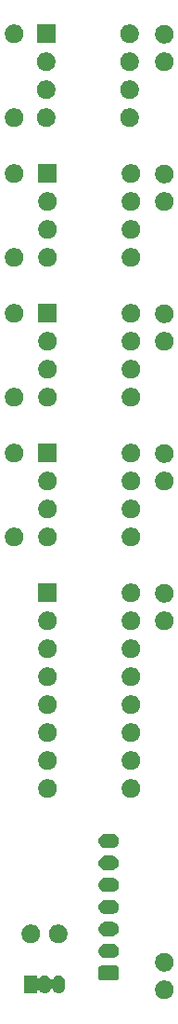
<source format=gbr>
G04 #@! TF.GenerationSoftware,KiCad,Pcbnew,5.1.5+dfsg1-2build2*
G04 #@! TF.CreationDate,2020-10-27T01:34:20+02:00*
G04 #@! TF.ProjectId,memory,6d656d6f-7279-42e6-9b69-6361645f7063,rev?*
G04 #@! TF.SameCoordinates,Original*
G04 #@! TF.FileFunction,Soldermask,Bot*
G04 #@! TF.FilePolarity,Negative*
%FSLAX46Y46*%
G04 Gerber Fmt 4.6, Leading zero omitted, Abs format (unit mm)*
G04 Created by KiCad (PCBNEW 5.1.5+dfsg1-2build2) date 2020-10-27 01:34:20*
%MOMM*%
%LPD*%
G04 APERTURE LIST*
%ADD10C,0.100000*%
G04 APERTURE END LIST*
D10*
G36*
X53588228Y-149549703D02*
G01*
X53743100Y-149613853D01*
X53882481Y-149706985D01*
X54001015Y-149825519D01*
X54094147Y-149964900D01*
X54158297Y-150119772D01*
X54191000Y-150284184D01*
X54191000Y-150451816D01*
X54158297Y-150616228D01*
X54094147Y-150771100D01*
X54001015Y-150910481D01*
X53882481Y-151029015D01*
X53743100Y-151122147D01*
X53588228Y-151186297D01*
X53423816Y-151219000D01*
X53256184Y-151219000D01*
X53091772Y-151186297D01*
X52936900Y-151122147D01*
X52797519Y-151029015D01*
X52678985Y-150910481D01*
X52585853Y-150771100D01*
X52521703Y-150616228D01*
X52489000Y-150451816D01*
X52489000Y-150284184D01*
X52521703Y-150119772D01*
X52585853Y-149964900D01*
X52678985Y-149825519D01*
X52797519Y-149706985D01*
X52936900Y-149613853D01*
X53091772Y-149549703D01*
X53256184Y-149517000D01*
X53423816Y-149517000D01*
X53588228Y-149549703D01*
G37*
G36*
X43800915Y-149067334D02*
G01*
X43909491Y-149100271D01*
X43909494Y-149100272D01*
X43945600Y-149119571D01*
X44009556Y-149153756D01*
X44097264Y-149225736D01*
X44169244Y-149313443D01*
X44200723Y-149372337D01*
X44222728Y-149413505D01*
X44222729Y-149413508D01*
X44255666Y-149522084D01*
X44264000Y-149606702D01*
X44264000Y-150113297D01*
X44255666Y-150197916D01*
X44223252Y-150304767D01*
X44222728Y-150306495D01*
X44212761Y-150325141D01*
X44169244Y-150406557D01*
X44097264Y-150494264D01*
X44009557Y-150566244D01*
X43945601Y-150600429D01*
X43909495Y-150619728D01*
X43909492Y-150619729D01*
X43800916Y-150652666D01*
X43688000Y-150663787D01*
X43575085Y-150652666D01*
X43466509Y-150619729D01*
X43466506Y-150619728D01*
X43430400Y-150600429D01*
X43366444Y-150566244D01*
X43278737Y-150494264D01*
X43206757Y-150406557D01*
X43163239Y-150325141D01*
X43149625Y-150304766D01*
X43132298Y-150287439D01*
X43111924Y-150273826D01*
X43089285Y-150264448D01*
X43065252Y-150259668D01*
X43040748Y-150259668D01*
X43016715Y-150264448D01*
X42994076Y-150273826D01*
X42973701Y-150287440D01*
X42956374Y-150304767D01*
X42942761Y-150325141D01*
X42899244Y-150406557D01*
X42827264Y-150494264D01*
X42739557Y-150566244D01*
X42675601Y-150600429D01*
X42639495Y-150619728D01*
X42639492Y-150619729D01*
X42530916Y-150652666D01*
X42418000Y-150663787D01*
X42305085Y-150652666D01*
X42196509Y-150619729D01*
X42196506Y-150619728D01*
X42160400Y-150600429D01*
X42096444Y-150566244D01*
X42008737Y-150494264D01*
X41945622Y-150417359D01*
X41928297Y-150400034D01*
X41907923Y-150386420D01*
X41885284Y-150377043D01*
X41861250Y-150372263D01*
X41836746Y-150372263D01*
X41812713Y-150377044D01*
X41790074Y-150386421D01*
X41769700Y-150400035D01*
X41752373Y-150417362D01*
X41738759Y-150437736D01*
X41729382Y-150460375D01*
X41724000Y-150496660D01*
X41724000Y-150661000D01*
X40572000Y-150661000D01*
X40572000Y-149059000D01*
X41724000Y-149059000D01*
X41724000Y-149223341D01*
X41726402Y-149247727D01*
X41733515Y-149271176D01*
X41745066Y-149292787D01*
X41760611Y-149311729D01*
X41779553Y-149327274D01*
X41801164Y-149338825D01*
X41824613Y-149345938D01*
X41848999Y-149348340D01*
X41873385Y-149345938D01*
X41896834Y-149338825D01*
X41918445Y-149327274D01*
X41937387Y-149311729D01*
X41945608Y-149302657D01*
X42008736Y-149225736D01*
X42096443Y-149153756D01*
X42160399Y-149119571D01*
X42196505Y-149100272D01*
X42196508Y-149100271D01*
X42305084Y-149067334D01*
X42418000Y-149056213D01*
X42530915Y-149067334D01*
X42639491Y-149100271D01*
X42639494Y-149100272D01*
X42675600Y-149119571D01*
X42739556Y-149153756D01*
X42827264Y-149225736D01*
X42899244Y-149313443D01*
X42930723Y-149372337D01*
X42942761Y-149394859D01*
X42956375Y-149415234D01*
X42973702Y-149432561D01*
X42994076Y-149446174D01*
X43016715Y-149455552D01*
X43040748Y-149460332D01*
X43065252Y-149460332D01*
X43089285Y-149455552D01*
X43111924Y-149446174D01*
X43132299Y-149432560D01*
X43149626Y-149415233D01*
X43163239Y-149394860D01*
X43206756Y-149313444D01*
X43278736Y-149225736D01*
X43366443Y-149153756D01*
X43430399Y-149119571D01*
X43466505Y-149100272D01*
X43466508Y-149100271D01*
X43575084Y-149067334D01*
X43688000Y-149056213D01*
X43800915Y-149067334D01*
G37*
G36*
X49026242Y-148197404D02*
G01*
X49063337Y-148208657D01*
X49097515Y-148226925D01*
X49127481Y-148251519D01*
X49152075Y-148281485D01*
X49170343Y-148315663D01*
X49181596Y-148352758D01*
X49186000Y-148397474D01*
X49186000Y-149290526D01*
X49181596Y-149335242D01*
X49170343Y-149372337D01*
X49152075Y-149406515D01*
X49127481Y-149436481D01*
X49097515Y-149461075D01*
X49063337Y-149479343D01*
X49026242Y-149490596D01*
X48981526Y-149495000D01*
X47538474Y-149495000D01*
X47493758Y-149490596D01*
X47456663Y-149479343D01*
X47422485Y-149461075D01*
X47392519Y-149436481D01*
X47367925Y-149406515D01*
X47349657Y-149372337D01*
X47338404Y-149335242D01*
X47334000Y-149290526D01*
X47334000Y-148397474D01*
X47338404Y-148352758D01*
X47349657Y-148315663D01*
X47367925Y-148281485D01*
X47392519Y-148251519D01*
X47422485Y-148226925D01*
X47456663Y-148208657D01*
X47493758Y-148197404D01*
X47538474Y-148193000D01*
X48981526Y-148193000D01*
X49026242Y-148197404D01*
G37*
G36*
X53588228Y-147049703D02*
G01*
X53743100Y-147113853D01*
X53882481Y-147206985D01*
X54001015Y-147325519D01*
X54094147Y-147464900D01*
X54158297Y-147619772D01*
X54191000Y-147784184D01*
X54191000Y-147951816D01*
X54158297Y-148116228D01*
X54094147Y-148271100D01*
X54001015Y-148410481D01*
X53882481Y-148529015D01*
X53743100Y-148622147D01*
X53588228Y-148686297D01*
X53423816Y-148719000D01*
X53256184Y-148719000D01*
X53091772Y-148686297D01*
X52936900Y-148622147D01*
X52797519Y-148529015D01*
X52678985Y-148410481D01*
X52585853Y-148271100D01*
X52521703Y-148116228D01*
X52489000Y-147951816D01*
X52489000Y-147784184D01*
X52521703Y-147619772D01*
X52585853Y-147464900D01*
X52678985Y-147325519D01*
X52797519Y-147206985D01*
X52936900Y-147113853D01*
X53091772Y-147049703D01*
X53256184Y-147017000D01*
X53423816Y-147017000D01*
X53588228Y-147049703D01*
G37*
G36*
X48598855Y-146196140D02*
G01*
X48662618Y-146202420D01*
X48753404Y-146229960D01*
X48785336Y-146239646D01*
X48898425Y-146300094D01*
X48997554Y-146381446D01*
X49078906Y-146480575D01*
X49139354Y-146593664D01*
X49139355Y-146593668D01*
X49176580Y-146716382D01*
X49189149Y-146844000D01*
X49176580Y-146971618D01*
X49162813Y-147017000D01*
X49139354Y-147094336D01*
X49078906Y-147207425D01*
X48997554Y-147306554D01*
X48898425Y-147387906D01*
X48785336Y-147448354D01*
X48753404Y-147458040D01*
X48662618Y-147485580D01*
X48598855Y-147491860D01*
X48566974Y-147495000D01*
X47953026Y-147495000D01*
X47921145Y-147491860D01*
X47857382Y-147485580D01*
X47766596Y-147458040D01*
X47734664Y-147448354D01*
X47621575Y-147387906D01*
X47522446Y-147306554D01*
X47441094Y-147207425D01*
X47380646Y-147094336D01*
X47357187Y-147017000D01*
X47343420Y-146971618D01*
X47330851Y-146844000D01*
X47343420Y-146716382D01*
X47380645Y-146593668D01*
X47380646Y-146593664D01*
X47441094Y-146480575D01*
X47522446Y-146381446D01*
X47621575Y-146300094D01*
X47734664Y-146239646D01*
X47766596Y-146229960D01*
X47857382Y-146202420D01*
X47921145Y-146196140D01*
X47953026Y-146193000D01*
X48566974Y-146193000D01*
X48598855Y-146196140D01*
G37*
G36*
X41396228Y-144469703D02*
G01*
X41551100Y-144533853D01*
X41690481Y-144626985D01*
X41809015Y-144745519D01*
X41902147Y-144884900D01*
X41966297Y-145039772D01*
X41999000Y-145204184D01*
X41999000Y-145371816D01*
X41966297Y-145536228D01*
X41902147Y-145691100D01*
X41809015Y-145830481D01*
X41690481Y-145949015D01*
X41551100Y-146042147D01*
X41396228Y-146106297D01*
X41231816Y-146139000D01*
X41064184Y-146139000D01*
X40899772Y-146106297D01*
X40744900Y-146042147D01*
X40605519Y-145949015D01*
X40486985Y-145830481D01*
X40393853Y-145691100D01*
X40329703Y-145536228D01*
X40297000Y-145371816D01*
X40297000Y-145204184D01*
X40329703Y-145039772D01*
X40393853Y-144884900D01*
X40486985Y-144745519D01*
X40605519Y-144626985D01*
X40744900Y-144533853D01*
X40899772Y-144469703D01*
X41064184Y-144437000D01*
X41231816Y-144437000D01*
X41396228Y-144469703D01*
G37*
G36*
X43896228Y-144469703D02*
G01*
X44051100Y-144533853D01*
X44190481Y-144626985D01*
X44309015Y-144745519D01*
X44402147Y-144884900D01*
X44466297Y-145039772D01*
X44499000Y-145204184D01*
X44499000Y-145371816D01*
X44466297Y-145536228D01*
X44402147Y-145691100D01*
X44309015Y-145830481D01*
X44190481Y-145949015D01*
X44051100Y-146042147D01*
X43896228Y-146106297D01*
X43731816Y-146139000D01*
X43564184Y-146139000D01*
X43399772Y-146106297D01*
X43244900Y-146042147D01*
X43105519Y-145949015D01*
X42986985Y-145830481D01*
X42893853Y-145691100D01*
X42829703Y-145536228D01*
X42797000Y-145371816D01*
X42797000Y-145204184D01*
X42829703Y-145039772D01*
X42893853Y-144884900D01*
X42986985Y-144745519D01*
X43105519Y-144626985D01*
X43244900Y-144533853D01*
X43399772Y-144469703D01*
X43564184Y-144437000D01*
X43731816Y-144437000D01*
X43896228Y-144469703D01*
G37*
G36*
X48598855Y-144196140D02*
G01*
X48662618Y-144202420D01*
X48753404Y-144229960D01*
X48785336Y-144239646D01*
X48898425Y-144300094D01*
X48997554Y-144381446D01*
X49078906Y-144480575D01*
X49139354Y-144593664D01*
X49139355Y-144593668D01*
X49176580Y-144716382D01*
X49189149Y-144844000D01*
X49176580Y-144971618D01*
X49149040Y-145062404D01*
X49139354Y-145094336D01*
X49078906Y-145207425D01*
X48997554Y-145306554D01*
X48898425Y-145387906D01*
X48785336Y-145448354D01*
X48753404Y-145458040D01*
X48662618Y-145485580D01*
X48598855Y-145491860D01*
X48566974Y-145495000D01*
X47953026Y-145495000D01*
X47921145Y-145491860D01*
X47857382Y-145485580D01*
X47766596Y-145458040D01*
X47734664Y-145448354D01*
X47621575Y-145387906D01*
X47522446Y-145306554D01*
X47441094Y-145207425D01*
X47380646Y-145094336D01*
X47370960Y-145062404D01*
X47343420Y-144971618D01*
X47330851Y-144844000D01*
X47343420Y-144716382D01*
X47380645Y-144593668D01*
X47380646Y-144593664D01*
X47441094Y-144480575D01*
X47522446Y-144381446D01*
X47621575Y-144300094D01*
X47734664Y-144239646D01*
X47766596Y-144229960D01*
X47857382Y-144202420D01*
X47921145Y-144196140D01*
X47953026Y-144193000D01*
X48566974Y-144193000D01*
X48598855Y-144196140D01*
G37*
G36*
X48598855Y-142196140D02*
G01*
X48662618Y-142202420D01*
X48753404Y-142229960D01*
X48785336Y-142239646D01*
X48898425Y-142300094D01*
X48997554Y-142381446D01*
X49078906Y-142480575D01*
X49139354Y-142593664D01*
X49139355Y-142593668D01*
X49176580Y-142716382D01*
X49189149Y-142844000D01*
X49176580Y-142971618D01*
X49149040Y-143062404D01*
X49139354Y-143094336D01*
X49078906Y-143207425D01*
X48997554Y-143306554D01*
X48898425Y-143387906D01*
X48785336Y-143448354D01*
X48753404Y-143458040D01*
X48662618Y-143485580D01*
X48598855Y-143491860D01*
X48566974Y-143495000D01*
X47953026Y-143495000D01*
X47921145Y-143491860D01*
X47857382Y-143485580D01*
X47766596Y-143458040D01*
X47734664Y-143448354D01*
X47621575Y-143387906D01*
X47522446Y-143306554D01*
X47441094Y-143207425D01*
X47380646Y-143094336D01*
X47370960Y-143062404D01*
X47343420Y-142971618D01*
X47330851Y-142844000D01*
X47343420Y-142716382D01*
X47380645Y-142593668D01*
X47380646Y-142593664D01*
X47441094Y-142480575D01*
X47522446Y-142381446D01*
X47621575Y-142300094D01*
X47734664Y-142239646D01*
X47766596Y-142229960D01*
X47857382Y-142202420D01*
X47921145Y-142196140D01*
X47953026Y-142193000D01*
X48566974Y-142193000D01*
X48598855Y-142196140D01*
G37*
G36*
X48598855Y-140196140D02*
G01*
X48662618Y-140202420D01*
X48753404Y-140229960D01*
X48785336Y-140239646D01*
X48898425Y-140300094D01*
X48997554Y-140381446D01*
X49078906Y-140480575D01*
X49139354Y-140593664D01*
X49139355Y-140593668D01*
X49176580Y-140716382D01*
X49189149Y-140844000D01*
X49176580Y-140971618D01*
X49149040Y-141062404D01*
X49139354Y-141094336D01*
X49078906Y-141207425D01*
X48997554Y-141306554D01*
X48898425Y-141387906D01*
X48785336Y-141448354D01*
X48753404Y-141458040D01*
X48662618Y-141485580D01*
X48598855Y-141491860D01*
X48566974Y-141495000D01*
X47953026Y-141495000D01*
X47921145Y-141491860D01*
X47857382Y-141485580D01*
X47766596Y-141458040D01*
X47734664Y-141448354D01*
X47621575Y-141387906D01*
X47522446Y-141306554D01*
X47441094Y-141207425D01*
X47380646Y-141094336D01*
X47370960Y-141062404D01*
X47343420Y-140971618D01*
X47330851Y-140844000D01*
X47343420Y-140716382D01*
X47380645Y-140593668D01*
X47380646Y-140593664D01*
X47441094Y-140480575D01*
X47522446Y-140381446D01*
X47621575Y-140300094D01*
X47734664Y-140239646D01*
X47766596Y-140229960D01*
X47857382Y-140202420D01*
X47921145Y-140196140D01*
X47953026Y-140193000D01*
X48566974Y-140193000D01*
X48598855Y-140196140D01*
G37*
G36*
X48598855Y-138196140D02*
G01*
X48662618Y-138202420D01*
X48753404Y-138229960D01*
X48785336Y-138239646D01*
X48898425Y-138300094D01*
X48997554Y-138381446D01*
X49078906Y-138480575D01*
X49139354Y-138593664D01*
X49139355Y-138593668D01*
X49176580Y-138716382D01*
X49189149Y-138844000D01*
X49176580Y-138971618D01*
X49149040Y-139062404D01*
X49139354Y-139094336D01*
X49078906Y-139207425D01*
X48997554Y-139306554D01*
X48898425Y-139387906D01*
X48785336Y-139448354D01*
X48753404Y-139458040D01*
X48662618Y-139485580D01*
X48598855Y-139491860D01*
X48566974Y-139495000D01*
X47953026Y-139495000D01*
X47921145Y-139491860D01*
X47857382Y-139485580D01*
X47766596Y-139458040D01*
X47734664Y-139448354D01*
X47621575Y-139387906D01*
X47522446Y-139306554D01*
X47441094Y-139207425D01*
X47380646Y-139094336D01*
X47370960Y-139062404D01*
X47343420Y-138971618D01*
X47330851Y-138844000D01*
X47343420Y-138716382D01*
X47380645Y-138593668D01*
X47380646Y-138593664D01*
X47441094Y-138480575D01*
X47522446Y-138381446D01*
X47621575Y-138300094D01*
X47734664Y-138239646D01*
X47766596Y-138229960D01*
X47857382Y-138202420D01*
X47921145Y-138196140D01*
X47953026Y-138193000D01*
X48566974Y-138193000D01*
X48598855Y-138196140D01*
G37*
G36*
X48598855Y-136196140D02*
G01*
X48662618Y-136202420D01*
X48753404Y-136229960D01*
X48785336Y-136239646D01*
X48898425Y-136300094D01*
X48997554Y-136381446D01*
X49078906Y-136480575D01*
X49139354Y-136593664D01*
X49139355Y-136593668D01*
X49176580Y-136716382D01*
X49189149Y-136844000D01*
X49176580Y-136971618D01*
X49149040Y-137062404D01*
X49139354Y-137094336D01*
X49078906Y-137207425D01*
X48997554Y-137306554D01*
X48898425Y-137387906D01*
X48785336Y-137448354D01*
X48753404Y-137458040D01*
X48662618Y-137485580D01*
X48598855Y-137491860D01*
X48566974Y-137495000D01*
X47953026Y-137495000D01*
X47921145Y-137491860D01*
X47857382Y-137485580D01*
X47766596Y-137458040D01*
X47734664Y-137448354D01*
X47621575Y-137387906D01*
X47522446Y-137306554D01*
X47441094Y-137207425D01*
X47380646Y-137094336D01*
X47370960Y-137062404D01*
X47343420Y-136971618D01*
X47330851Y-136844000D01*
X47343420Y-136716382D01*
X47380645Y-136593668D01*
X47380646Y-136593664D01*
X47441094Y-136480575D01*
X47522446Y-136381446D01*
X47621575Y-136300094D01*
X47734664Y-136239646D01*
X47766596Y-136229960D01*
X47857382Y-136202420D01*
X47921145Y-136196140D01*
X47953026Y-136193000D01*
X48566974Y-136193000D01*
X48598855Y-136196140D01*
G37*
G36*
X50540228Y-131261703D02*
G01*
X50695100Y-131325853D01*
X50834481Y-131418985D01*
X50953015Y-131537519D01*
X51046147Y-131676900D01*
X51110297Y-131831772D01*
X51143000Y-131996184D01*
X51143000Y-132163816D01*
X51110297Y-132328228D01*
X51046147Y-132483100D01*
X50953015Y-132622481D01*
X50834481Y-132741015D01*
X50695100Y-132834147D01*
X50540228Y-132898297D01*
X50375816Y-132931000D01*
X50208184Y-132931000D01*
X50043772Y-132898297D01*
X49888900Y-132834147D01*
X49749519Y-132741015D01*
X49630985Y-132622481D01*
X49537853Y-132483100D01*
X49473703Y-132328228D01*
X49441000Y-132163816D01*
X49441000Y-131996184D01*
X49473703Y-131831772D01*
X49537853Y-131676900D01*
X49630985Y-131537519D01*
X49749519Y-131418985D01*
X49888900Y-131325853D01*
X50043772Y-131261703D01*
X50208184Y-131229000D01*
X50375816Y-131229000D01*
X50540228Y-131261703D01*
G37*
G36*
X42920228Y-131261703D02*
G01*
X43075100Y-131325853D01*
X43214481Y-131418985D01*
X43333015Y-131537519D01*
X43426147Y-131676900D01*
X43490297Y-131831772D01*
X43523000Y-131996184D01*
X43523000Y-132163816D01*
X43490297Y-132328228D01*
X43426147Y-132483100D01*
X43333015Y-132622481D01*
X43214481Y-132741015D01*
X43075100Y-132834147D01*
X42920228Y-132898297D01*
X42755816Y-132931000D01*
X42588184Y-132931000D01*
X42423772Y-132898297D01*
X42268900Y-132834147D01*
X42129519Y-132741015D01*
X42010985Y-132622481D01*
X41917853Y-132483100D01*
X41853703Y-132328228D01*
X41821000Y-132163816D01*
X41821000Y-131996184D01*
X41853703Y-131831772D01*
X41917853Y-131676900D01*
X42010985Y-131537519D01*
X42129519Y-131418985D01*
X42268900Y-131325853D01*
X42423772Y-131261703D01*
X42588184Y-131229000D01*
X42755816Y-131229000D01*
X42920228Y-131261703D01*
G37*
G36*
X42920228Y-128721703D02*
G01*
X43075100Y-128785853D01*
X43214481Y-128878985D01*
X43333015Y-128997519D01*
X43426147Y-129136900D01*
X43490297Y-129291772D01*
X43523000Y-129456184D01*
X43523000Y-129623816D01*
X43490297Y-129788228D01*
X43426147Y-129943100D01*
X43333015Y-130082481D01*
X43214481Y-130201015D01*
X43075100Y-130294147D01*
X42920228Y-130358297D01*
X42755816Y-130391000D01*
X42588184Y-130391000D01*
X42423772Y-130358297D01*
X42268900Y-130294147D01*
X42129519Y-130201015D01*
X42010985Y-130082481D01*
X41917853Y-129943100D01*
X41853703Y-129788228D01*
X41821000Y-129623816D01*
X41821000Y-129456184D01*
X41853703Y-129291772D01*
X41917853Y-129136900D01*
X42010985Y-128997519D01*
X42129519Y-128878985D01*
X42268900Y-128785853D01*
X42423772Y-128721703D01*
X42588184Y-128689000D01*
X42755816Y-128689000D01*
X42920228Y-128721703D01*
G37*
G36*
X50540228Y-128721703D02*
G01*
X50695100Y-128785853D01*
X50834481Y-128878985D01*
X50953015Y-128997519D01*
X51046147Y-129136900D01*
X51110297Y-129291772D01*
X51143000Y-129456184D01*
X51143000Y-129623816D01*
X51110297Y-129788228D01*
X51046147Y-129943100D01*
X50953015Y-130082481D01*
X50834481Y-130201015D01*
X50695100Y-130294147D01*
X50540228Y-130358297D01*
X50375816Y-130391000D01*
X50208184Y-130391000D01*
X50043772Y-130358297D01*
X49888900Y-130294147D01*
X49749519Y-130201015D01*
X49630985Y-130082481D01*
X49537853Y-129943100D01*
X49473703Y-129788228D01*
X49441000Y-129623816D01*
X49441000Y-129456184D01*
X49473703Y-129291772D01*
X49537853Y-129136900D01*
X49630985Y-128997519D01*
X49749519Y-128878985D01*
X49888900Y-128785853D01*
X50043772Y-128721703D01*
X50208184Y-128689000D01*
X50375816Y-128689000D01*
X50540228Y-128721703D01*
G37*
G36*
X50540228Y-126181703D02*
G01*
X50695100Y-126245853D01*
X50834481Y-126338985D01*
X50953015Y-126457519D01*
X51046147Y-126596900D01*
X51110297Y-126751772D01*
X51143000Y-126916184D01*
X51143000Y-127083816D01*
X51110297Y-127248228D01*
X51046147Y-127403100D01*
X50953015Y-127542481D01*
X50834481Y-127661015D01*
X50695100Y-127754147D01*
X50540228Y-127818297D01*
X50375816Y-127851000D01*
X50208184Y-127851000D01*
X50043772Y-127818297D01*
X49888900Y-127754147D01*
X49749519Y-127661015D01*
X49630985Y-127542481D01*
X49537853Y-127403100D01*
X49473703Y-127248228D01*
X49441000Y-127083816D01*
X49441000Y-126916184D01*
X49473703Y-126751772D01*
X49537853Y-126596900D01*
X49630985Y-126457519D01*
X49749519Y-126338985D01*
X49888900Y-126245853D01*
X50043772Y-126181703D01*
X50208184Y-126149000D01*
X50375816Y-126149000D01*
X50540228Y-126181703D01*
G37*
G36*
X42920228Y-126181703D02*
G01*
X43075100Y-126245853D01*
X43214481Y-126338985D01*
X43333015Y-126457519D01*
X43426147Y-126596900D01*
X43490297Y-126751772D01*
X43523000Y-126916184D01*
X43523000Y-127083816D01*
X43490297Y-127248228D01*
X43426147Y-127403100D01*
X43333015Y-127542481D01*
X43214481Y-127661015D01*
X43075100Y-127754147D01*
X42920228Y-127818297D01*
X42755816Y-127851000D01*
X42588184Y-127851000D01*
X42423772Y-127818297D01*
X42268900Y-127754147D01*
X42129519Y-127661015D01*
X42010985Y-127542481D01*
X41917853Y-127403100D01*
X41853703Y-127248228D01*
X41821000Y-127083816D01*
X41821000Y-126916184D01*
X41853703Y-126751772D01*
X41917853Y-126596900D01*
X42010985Y-126457519D01*
X42129519Y-126338985D01*
X42268900Y-126245853D01*
X42423772Y-126181703D01*
X42588184Y-126149000D01*
X42755816Y-126149000D01*
X42920228Y-126181703D01*
G37*
G36*
X42920228Y-123641703D02*
G01*
X43075100Y-123705853D01*
X43214481Y-123798985D01*
X43333015Y-123917519D01*
X43426147Y-124056900D01*
X43490297Y-124211772D01*
X43523000Y-124376184D01*
X43523000Y-124543816D01*
X43490297Y-124708228D01*
X43426147Y-124863100D01*
X43333015Y-125002481D01*
X43214481Y-125121015D01*
X43075100Y-125214147D01*
X42920228Y-125278297D01*
X42755816Y-125311000D01*
X42588184Y-125311000D01*
X42423772Y-125278297D01*
X42268900Y-125214147D01*
X42129519Y-125121015D01*
X42010985Y-125002481D01*
X41917853Y-124863100D01*
X41853703Y-124708228D01*
X41821000Y-124543816D01*
X41821000Y-124376184D01*
X41853703Y-124211772D01*
X41917853Y-124056900D01*
X42010985Y-123917519D01*
X42129519Y-123798985D01*
X42268900Y-123705853D01*
X42423772Y-123641703D01*
X42588184Y-123609000D01*
X42755816Y-123609000D01*
X42920228Y-123641703D01*
G37*
G36*
X50540228Y-123641703D02*
G01*
X50695100Y-123705853D01*
X50834481Y-123798985D01*
X50953015Y-123917519D01*
X51046147Y-124056900D01*
X51110297Y-124211772D01*
X51143000Y-124376184D01*
X51143000Y-124543816D01*
X51110297Y-124708228D01*
X51046147Y-124863100D01*
X50953015Y-125002481D01*
X50834481Y-125121015D01*
X50695100Y-125214147D01*
X50540228Y-125278297D01*
X50375816Y-125311000D01*
X50208184Y-125311000D01*
X50043772Y-125278297D01*
X49888900Y-125214147D01*
X49749519Y-125121015D01*
X49630985Y-125002481D01*
X49537853Y-124863100D01*
X49473703Y-124708228D01*
X49441000Y-124543816D01*
X49441000Y-124376184D01*
X49473703Y-124211772D01*
X49537853Y-124056900D01*
X49630985Y-123917519D01*
X49749519Y-123798985D01*
X49888900Y-123705853D01*
X50043772Y-123641703D01*
X50208184Y-123609000D01*
X50375816Y-123609000D01*
X50540228Y-123641703D01*
G37*
G36*
X50540228Y-121101703D02*
G01*
X50695100Y-121165853D01*
X50834481Y-121258985D01*
X50953015Y-121377519D01*
X51046147Y-121516900D01*
X51110297Y-121671772D01*
X51143000Y-121836184D01*
X51143000Y-122003816D01*
X51110297Y-122168228D01*
X51046147Y-122323100D01*
X50953015Y-122462481D01*
X50834481Y-122581015D01*
X50695100Y-122674147D01*
X50540228Y-122738297D01*
X50375816Y-122771000D01*
X50208184Y-122771000D01*
X50043772Y-122738297D01*
X49888900Y-122674147D01*
X49749519Y-122581015D01*
X49630985Y-122462481D01*
X49537853Y-122323100D01*
X49473703Y-122168228D01*
X49441000Y-122003816D01*
X49441000Y-121836184D01*
X49473703Y-121671772D01*
X49537853Y-121516900D01*
X49630985Y-121377519D01*
X49749519Y-121258985D01*
X49888900Y-121165853D01*
X50043772Y-121101703D01*
X50208184Y-121069000D01*
X50375816Y-121069000D01*
X50540228Y-121101703D01*
G37*
G36*
X42920228Y-121101703D02*
G01*
X43075100Y-121165853D01*
X43214481Y-121258985D01*
X43333015Y-121377519D01*
X43426147Y-121516900D01*
X43490297Y-121671772D01*
X43523000Y-121836184D01*
X43523000Y-122003816D01*
X43490297Y-122168228D01*
X43426147Y-122323100D01*
X43333015Y-122462481D01*
X43214481Y-122581015D01*
X43075100Y-122674147D01*
X42920228Y-122738297D01*
X42755816Y-122771000D01*
X42588184Y-122771000D01*
X42423772Y-122738297D01*
X42268900Y-122674147D01*
X42129519Y-122581015D01*
X42010985Y-122462481D01*
X41917853Y-122323100D01*
X41853703Y-122168228D01*
X41821000Y-122003816D01*
X41821000Y-121836184D01*
X41853703Y-121671772D01*
X41917853Y-121516900D01*
X42010985Y-121377519D01*
X42129519Y-121258985D01*
X42268900Y-121165853D01*
X42423772Y-121101703D01*
X42588184Y-121069000D01*
X42755816Y-121069000D01*
X42920228Y-121101703D01*
G37*
G36*
X50540228Y-118561703D02*
G01*
X50695100Y-118625853D01*
X50834481Y-118718985D01*
X50953015Y-118837519D01*
X51046147Y-118976900D01*
X51110297Y-119131772D01*
X51143000Y-119296184D01*
X51143000Y-119463816D01*
X51110297Y-119628228D01*
X51046147Y-119783100D01*
X50953015Y-119922481D01*
X50834481Y-120041015D01*
X50695100Y-120134147D01*
X50540228Y-120198297D01*
X50375816Y-120231000D01*
X50208184Y-120231000D01*
X50043772Y-120198297D01*
X49888900Y-120134147D01*
X49749519Y-120041015D01*
X49630985Y-119922481D01*
X49537853Y-119783100D01*
X49473703Y-119628228D01*
X49441000Y-119463816D01*
X49441000Y-119296184D01*
X49473703Y-119131772D01*
X49537853Y-118976900D01*
X49630985Y-118837519D01*
X49749519Y-118718985D01*
X49888900Y-118625853D01*
X50043772Y-118561703D01*
X50208184Y-118529000D01*
X50375816Y-118529000D01*
X50540228Y-118561703D01*
G37*
G36*
X42920228Y-118561703D02*
G01*
X43075100Y-118625853D01*
X43214481Y-118718985D01*
X43333015Y-118837519D01*
X43426147Y-118976900D01*
X43490297Y-119131772D01*
X43523000Y-119296184D01*
X43523000Y-119463816D01*
X43490297Y-119628228D01*
X43426147Y-119783100D01*
X43333015Y-119922481D01*
X43214481Y-120041015D01*
X43075100Y-120134147D01*
X42920228Y-120198297D01*
X42755816Y-120231000D01*
X42588184Y-120231000D01*
X42423772Y-120198297D01*
X42268900Y-120134147D01*
X42129519Y-120041015D01*
X42010985Y-119922481D01*
X41917853Y-119783100D01*
X41853703Y-119628228D01*
X41821000Y-119463816D01*
X41821000Y-119296184D01*
X41853703Y-119131772D01*
X41917853Y-118976900D01*
X42010985Y-118837519D01*
X42129519Y-118718985D01*
X42268900Y-118625853D01*
X42423772Y-118561703D01*
X42588184Y-118529000D01*
X42755816Y-118529000D01*
X42920228Y-118561703D01*
G37*
G36*
X42920228Y-116021703D02*
G01*
X43075100Y-116085853D01*
X43214481Y-116178985D01*
X43333015Y-116297519D01*
X43426147Y-116436900D01*
X43490297Y-116591772D01*
X43523000Y-116756184D01*
X43523000Y-116923816D01*
X43490297Y-117088228D01*
X43426147Y-117243100D01*
X43333015Y-117382481D01*
X43214481Y-117501015D01*
X43075100Y-117594147D01*
X42920228Y-117658297D01*
X42755816Y-117691000D01*
X42588184Y-117691000D01*
X42423772Y-117658297D01*
X42268900Y-117594147D01*
X42129519Y-117501015D01*
X42010985Y-117382481D01*
X41917853Y-117243100D01*
X41853703Y-117088228D01*
X41821000Y-116923816D01*
X41821000Y-116756184D01*
X41853703Y-116591772D01*
X41917853Y-116436900D01*
X42010985Y-116297519D01*
X42129519Y-116178985D01*
X42268900Y-116085853D01*
X42423772Y-116021703D01*
X42588184Y-115989000D01*
X42755816Y-115989000D01*
X42920228Y-116021703D01*
G37*
G36*
X50540228Y-116021703D02*
G01*
X50695100Y-116085853D01*
X50834481Y-116178985D01*
X50953015Y-116297519D01*
X51046147Y-116436900D01*
X51110297Y-116591772D01*
X51143000Y-116756184D01*
X51143000Y-116923816D01*
X51110297Y-117088228D01*
X51046147Y-117243100D01*
X50953015Y-117382481D01*
X50834481Y-117501015D01*
X50695100Y-117594147D01*
X50540228Y-117658297D01*
X50375816Y-117691000D01*
X50208184Y-117691000D01*
X50043772Y-117658297D01*
X49888900Y-117594147D01*
X49749519Y-117501015D01*
X49630985Y-117382481D01*
X49537853Y-117243100D01*
X49473703Y-117088228D01*
X49441000Y-116923816D01*
X49441000Y-116756184D01*
X49473703Y-116591772D01*
X49537853Y-116436900D01*
X49630985Y-116297519D01*
X49749519Y-116178985D01*
X49888900Y-116085853D01*
X50043772Y-116021703D01*
X50208184Y-115989000D01*
X50375816Y-115989000D01*
X50540228Y-116021703D01*
G37*
G36*
X53588228Y-116021703D02*
G01*
X53743100Y-116085853D01*
X53882481Y-116178985D01*
X54001015Y-116297519D01*
X54094147Y-116436900D01*
X54158297Y-116591772D01*
X54191000Y-116756184D01*
X54191000Y-116923816D01*
X54158297Y-117088228D01*
X54094147Y-117243100D01*
X54001015Y-117382481D01*
X53882481Y-117501015D01*
X53743100Y-117594147D01*
X53588228Y-117658297D01*
X53423816Y-117691000D01*
X53256184Y-117691000D01*
X53091772Y-117658297D01*
X52936900Y-117594147D01*
X52797519Y-117501015D01*
X52678985Y-117382481D01*
X52585853Y-117243100D01*
X52521703Y-117088228D01*
X52489000Y-116923816D01*
X52489000Y-116756184D01*
X52521703Y-116591772D01*
X52585853Y-116436900D01*
X52678985Y-116297519D01*
X52797519Y-116178985D01*
X52936900Y-116085853D01*
X53091772Y-116021703D01*
X53256184Y-115989000D01*
X53423816Y-115989000D01*
X53588228Y-116021703D01*
G37*
G36*
X53588228Y-113521703D02*
G01*
X53743100Y-113585853D01*
X53882481Y-113678985D01*
X54001015Y-113797519D01*
X54094147Y-113936900D01*
X54158297Y-114091772D01*
X54191000Y-114256184D01*
X54191000Y-114423816D01*
X54158297Y-114588228D01*
X54094147Y-114743100D01*
X54001015Y-114882481D01*
X53882481Y-115001015D01*
X53743100Y-115094147D01*
X53588228Y-115158297D01*
X53423816Y-115191000D01*
X53256184Y-115191000D01*
X53091772Y-115158297D01*
X52936900Y-115094147D01*
X52797519Y-115001015D01*
X52678985Y-114882481D01*
X52585853Y-114743100D01*
X52521703Y-114588228D01*
X52489000Y-114423816D01*
X52489000Y-114256184D01*
X52521703Y-114091772D01*
X52585853Y-113936900D01*
X52678985Y-113797519D01*
X52797519Y-113678985D01*
X52936900Y-113585853D01*
X53091772Y-113521703D01*
X53256184Y-113489000D01*
X53423816Y-113489000D01*
X53588228Y-113521703D01*
G37*
G36*
X43523000Y-115151000D02*
G01*
X41821000Y-115151000D01*
X41821000Y-113449000D01*
X43523000Y-113449000D01*
X43523000Y-115151000D01*
G37*
G36*
X50540228Y-113481703D02*
G01*
X50695100Y-113545853D01*
X50834481Y-113638985D01*
X50953015Y-113757519D01*
X51046147Y-113896900D01*
X51110297Y-114051772D01*
X51143000Y-114216184D01*
X51143000Y-114383816D01*
X51110297Y-114548228D01*
X51046147Y-114703100D01*
X50953015Y-114842481D01*
X50834481Y-114961015D01*
X50695100Y-115054147D01*
X50540228Y-115118297D01*
X50375816Y-115151000D01*
X50208184Y-115151000D01*
X50043772Y-115118297D01*
X49888900Y-115054147D01*
X49749519Y-114961015D01*
X49630985Y-114842481D01*
X49537853Y-114703100D01*
X49473703Y-114548228D01*
X49441000Y-114383816D01*
X49441000Y-114216184D01*
X49473703Y-114051772D01*
X49537853Y-113896900D01*
X49630985Y-113757519D01*
X49749519Y-113638985D01*
X49888900Y-113545853D01*
X50043772Y-113481703D01*
X50208184Y-113449000D01*
X50375816Y-113449000D01*
X50540228Y-113481703D01*
G37*
G36*
X50540228Y-108401703D02*
G01*
X50695100Y-108465853D01*
X50834481Y-108558985D01*
X50953015Y-108677519D01*
X51046147Y-108816900D01*
X51110297Y-108971772D01*
X51143000Y-109136184D01*
X51143000Y-109303816D01*
X51110297Y-109468228D01*
X51046147Y-109623100D01*
X50953015Y-109762481D01*
X50834481Y-109881015D01*
X50695100Y-109974147D01*
X50540228Y-110038297D01*
X50375816Y-110071000D01*
X50208184Y-110071000D01*
X50043772Y-110038297D01*
X49888900Y-109974147D01*
X49749519Y-109881015D01*
X49630985Y-109762481D01*
X49537853Y-109623100D01*
X49473703Y-109468228D01*
X49441000Y-109303816D01*
X49441000Y-109136184D01*
X49473703Y-108971772D01*
X49537853Y-108816900D01*
X49630985Y-108677519D01*
X49749519Y-108558985D01*
X49888900Y-108465853D01*
X50043772Y-108401703D01*
X50208184Y-108369000D01*
X50375816Y-108369000D01*
X50540228Y-108401703D01*
G37*
G36*
X42920228Y-108401703D02*
G01*
X43075100Y-108465853D01*
X43214481Y-108558985D01*
X43333015Y-108677519D01*
X43426147Y-108816900D01*
X43490297Y-108971772D01*
X43523000Y-109136184D01*
X43523000Y-109303816D01*
X43490297Y-109468228D01*
X43426147Y-109623100D01*
X43333015Y-109762481D01*
X43214481Y-109881015D01*
X43075100Y-109974147D01*
X42920228Y-110038297D01*
X42755816Y-110071000D01*
X42588184Y-110071000D01*
X42423772Y-110038297D01*
X42268900Y-109974147D01*
X42129519Y-109881015D01*
X42010985Y-109762481D01*
X41917853Y-109623100D01*
X41853703Y-109468228D01*
X41821000Y-109303816D01*
X41821000Y-109136184D01*
X41853703Y-108971772D01*
X41917853Y-108816900D01*
X42010985Y-108677519D01*
X42129519Y-108558985D01*
X42268900Y-108465853D01*
X42423772Y-108401703D01*
X42588184Y-108369000D01*
X42755816Y-108369000D01*
X42920228Y-108401703D01*
G37*
G36*
X39872228Y-108401703D02*
G01*
X40027100Y-108465853D01*
X40166481Y-108558985D01*
X40285015Y-108677519D01*
X40378147Y-108816900D01*
X40442297Y-108971772D01*
X40475000Y-109136184D01*
X40475000Y-109303816D01*
X40442297Y-109468228D01*
X40378147Y-109623100D01*
X40285015Y-109762481D01*
X40166481Y-109881015D01*
X40027100Y-109974147D01*
X39872228Y-110038297D01*
X39707816Y-110071000D01*
X39540184Y-110071000D01*
X39375772Y-110038297D01*
X39220900Y-109974147D01*
X39081519Y-109881015D01*
X38962985Y-109762481D01*
X38869853Y-109623100D01*
X38805703Y-109468228D01*
X38773000Y-109303816D01*
X38773000Y-109136184D01*
X38805703Y-108971772D01*
X38869853Y-108816900D01*
X38962985Y-108677519D01*
X39081519Y-108558985D01*
X39220900Y-108465853D01*
X39375772Y-108401703D01*
X39540184Y-108369000D01*
X39707816Y-108369000D01*
X39872228Y-108401703D01*
G37*
G36*
X50540228Y-105861703D02*
G01*
X50695100Y-105925853D01*
X50834481Y-106018985D01*
X50953015Y-106137519D01*
X51046147Y-106276900D01*
X51110297Y-106431772D01*
X51143000Y-106596184D01*
X51143000Y-106763816D01*
X51110297Y-106928228D01*
X51046147Y-107083100D01*
X50953015Y-107222481D01*
X50834481Y-107341015D01*
X50695100Y-107434147D01*
X50540228Y-107498297D01*
X50375816Y-107531000D01*
X50208184Y-107531000D01*
X50043772Y-107498297D01*
X49888900Y-107434147D01*
X49749519Y-107341015D01*
X49630985Y-107222481D01*
X49537853Y-107083100D01*
X49473703Y-106928228D01*
X49441000Y-106763816D01*
X49441000Y-106596184D01*
X49473703Y-106431772D01*
X49537853Y-106276900D01*
X49630985Y-106137519D01*
X49749519Y-106018985D01*
X49888900Y-105925853D01*
X50043772Y-105861703D01*
X50208184Y-105829000D01*
X50375816Y-105829000D01*
X50540228Y-105861703D01*
G37*
G36*
X42920228Y-105861703D02*
G01*
X43075100Y-105925853D01*
X43214481Y-106018985D01*
X43333015Y-106137519D01*
X43426147Y-106276900D01*
X43490297Y-106431772D01*
X43523000Y-106596184D01*
X43523000Y-106763816D01*
X43490297Y-106928228D01*
X43426147Y-107083100D01*
X43333015Y-107222481D01*
X43214481Y-107341015D01*
X43075100Y-107434147D01*
X42920228Y-107498297D01*
X42755816Y-107531000D01*
X42588184Y-107531000D01*
X42423772Y-107498297D01*
X42268900Y-107434147D01*
X42129519Y-107341015D01*
X42010985Y-107222481D01*
X41917853Y-107083100D01*
X41853703Y-106928228D01*
X41821000Y-106763816D01*
X41821000Y-106596184D01*
X41853703Y-106431772D01*
X41917853Y-106276900D01*
X42010985Y-106137519D01*
X42129519Y-106018985D01*
X42268900Y-105925853D01*
X42423772Y-105861703D01*
X42588184Y-105829000D01*
X42755816Y-105829000D01*
X42920228Y-105861703D01*
G37*
G36*
X50540228Y-103321703D02*
G01*
X50695100Y-103385853D01*
X50834481Y-103478985D01*
X50953015Y-103597519D01*
X51046147Y-103736900D01*
X51110297Y-103891772D01*
X51143000Y-104056184D01*
X51143000Y-104223816D01*
X51110297Y-104388228D01*
X51046147Y-104543100D01*
X50953015Y-104682481D01*
X50834481Y-104801015D01*
X50695100Y-104894147D01*
X50540228Y-104958297D01*
X50375816Y-104991000D01*
X50208184Y-104991000D01*
X50043772Y-104958297D01*
X49888900Y-104894147D01*
X49749519Y-104801015D01*
X49630985Y-104682481D01*
X49537853Y-104543100D01*
X49473703Y-104388228D01*
X49441000Y-104223816D01*
X49441000Y-104056184D01*
X49473703Y-103891772D01*
X49537853Y-103736900D01*
X49630985Y-103597519D01*
X49749519Y-103478985D01*
X49888900Y-103385853D01*
X50043772Y-103321703D01*
X50208184Y-103289000D01*
X50375816Y-103289000D01*
X50540228Y-103321703D01*
G37*
G36*
X53588228Y-103321703D02*
G01*
X53743100Y-103385853D01*
X53882481Y-103478985D01*
X54001015Y-103597519D01*
X54094147Y-103736900D01*
X54158297Y-103891772D01*
X54191000Y-104056184D01*
X54191000Y-104223816D01*
X54158297Y-104388228D01*
X54094147Y-104543100D01*
X54001015Y-104682481D01*
X53882481Y-104801015D01*
X53743100Y-104894147D01*
X53588228Y-104958297D01*
X53423816Y-104991000D01*
X53256184Y-104991000D01*
X53091772Y-104958297D01*
X52936900Y-104894147D01*
X52797519Y-104801015D01*
X52678985Y-104682481D01*
X52585853Y-104543100D01*
X52521703Y-104388228D01*
X52489000Y-104223816D01*
X52489000Y-104056184D01*
X52521703Y-103891772D01*
X52585853Y-103736900D01*
X52678985Y-103597519D01*
X52797519Y-103478985D01*
X52936900Y-103385853D01*
X53091772Y-103321703D01*
X53256184Y-103289000D01*
X53423816Y-103289000D01*
X53588228Y-103321703D01*
G37*
G36*
X42920228Y-103321703D02*
G01*
X43075100Y-103385853D01*
X43214481Y-103478985D01*
X43333015Y-103597519D01*
X43426147Y-103736900D01*
X43490297Y-103891772D01*
X43523000Y-104056184D01*
X43523000Y-104223816D01*
X43490297Y-104388228D01*
X43426147Y-104543100D01*
X43333015Y-104682481D01*
X43214481Y-104801015D01*
X43075100Y-104894147D01*
X42920228Y-104958297D01*
X42755816Y-104991000D01*
X42588184Y-104991000D01*
X42423772Y-104958297D01*
X42268900Y-104894147D01*
X42129519Y-104801015D01*
X42010985Y-104682481D01*
X41917853Y-104543100D01*
X41853703Y-104388228D01*
X41821000Y-104223816D01*
X41821000Y-104056184D01*
X41853703Y-103891772D01*
X41917853Y-103736900D01*
X42010985Y-103597519D01*
X42129519Y-103478985D01*
X42268900Y-103385853D01*
X42423772Y-103321703D01*
X42588184Y-103289000D01*
X42755816Y-103289000D01*
X42920228Y-103321703D01*
G37*
G36*
X53588228Y-100821703D02*
G01*
X53743100Y-100885853D01*
X53882481Y-100978985D01*
X54001015Y-101097519D01*
X54094147Y-101236900D01*
X54158297Y-101391772D01*
X54191000Y-101556184D01*
X54191000Y-101723816D01*
X54158297Y-101888228D01*
X54094147Y-102043100D01*
X54001015Y-102182481D01*
X53882481Y-102301015D01*
X53743100Y-102394147D01*
X53588228Y-102458297D01*
X53423816Y-102491000D01*
X53256184Y-102491000D01*
X53091772Y-102458297D01*
X52936900Y-102394147D01*
X52797519Y-102301015D01*
X52678985Y-102182481D01*
X52585853Y-102043100D01*
X52521703Y-101888228D01*
X52489000Y-101723816D01*
X52489000Y-101556184D01*
X52521703Y-101391772D01*
X52585853Y-101236900D01*
X52678985Y-101097519D01*
X52797519Y-100978985D01*
X52936900Y-100885853D01*
X53091772Y-100821703D01*
X53256184Y-100789000D01*
X53423816Y-100789000D01*
X53588228Y-100821703D01*
G37*
G36*
X43523000Y-102451000D02*
G01*
X41821000Y-102451000D01*
X41821000Y-100749000D01*
X43523000Y-100749000D01*
X43523000Y-102451000D01*
G37*
G36*
X50540228Y-100781703D02*
G01*
X50695100Y-100845853D01*
X50834481Y-100938985D01*
X50953015Y-101057519D01*
X51046147Y-101196900D01*
X51110297Y-101351772D01*
X51143000Y-101516184D01*
X51143000Y-101683816D01*
X51110297Y-101848228D01*
X51046147Y-102003100D01*
X50953015Y-102142481D01*
X50834481Y-102261015D01*
X50695100Y-102354147D01*
X50540228Y-102418297D01*
X50375816Y-102451000D01*
X50208184Y-102451000D01*
X50043772Y-102418297D01*
X49888900Y-102354147D01*
X49749519Y-102261015D01*
X49630985Y-102142481D01*
X49537853Y-102003100D01*
X49473703Y-101848228D01*
X49441000Y-101683816D01*
X49441000Y-101516184D01*
X49473703Y-101351772D01*
X49537853Y-101196900D01*
X49630985Y-101057519D01*
X49749519Y-100938985D01*
X49888900Y-100845853D01*
X50043772Y-100781703D01*
X50208184Y-100749000D01*
X50375816Y-100749000D01*
X50540228Y-100781703D01*
G37*
G36*
X39872228Y-100781703D02*
G01*
X40027100Y-100845853D01*
X40166481Y-100938985D01*
X40285015Y-101057519D01*
X40378147Y-101196900D01*
X40442297Y-101351772D01*
X40475000Y-101516184D01*
X40475000Y-101683816D01*
X40442297Y-101848228D01*
X40378147Y-102003100D01*
X40285015Y-102142481D01*
X40166481Y-102261015D01*
X40027100Y-102354147D01*
X39872228Y-102418297D01*
X39707816Y-102451000D01*
X39540184Y-102451000D01*
X39375772Y-102418297D01*
X39220900Y-102354147D01*
X39081519Y-102261015D01*
X38962985Y-102142481D01*
X38869853Y-102003100D01*
X38805703Y-101848228D01*
X38773000Y-101683816D01*
X38773000Y-101516184D01*
X38805703Y-101351772D01*
X38869853Y-101196900D01*
X38962985Y-101057519D01*
X39081519Y-100938985D01*
X39220900Y-100845853D01*
X39375772Y-100781703D01*
X39540184Y-100749000D01*
X39707816Y-100749000D01*
X39872228Y-100781703D01*
G37*
G36*
X50540228Y-95701703D02*
G01*
X50695100Y-95765853D01*
X50834481Y-95858985D01*
X50953015Y-95977519D01*
X51046147Y-96116900D01*
X51110297Y-96271772D01*
X51143000Y-96436184D01*
X51143000Y-96603816D01*
X51110297Y-96768228D01*
X51046147Y-96923100D01*
X50953015Y-97062481D01*
X50834481Y-97181015D01*
X50695100Y-97274147D01*
X50540228Y-97338297D01*
X50375816Y-97371000D01*
X50208184Y-97371000D01*
X50043772Y-97338297D01*
X49888900Y-97274147D01*
X49749519Y-97181015D01*
X49630985Y-97062481D01*
X49537853Y-96923100D01*
X49473703Y-96768228D01*
X49441000Y-96603816D01*
X49441000Y-96436184D01*
X49473703Y-96271772D01*
X49537853Y-96116900D01*
X49630985Y-95977519D01*
X49749519Y-95858985D01*
X49888900Y-95765853D01*
X50043772Y-95701703D01*
X50208184Y-95669000D01*
X50375816Y-95669000D01*
X50540228Y-95701703D01*
G37*
G36*
X39872228Y-95701703D02*
G01*
X40027100Y-95765853D01*
X40166481Y-95858985D01*
X40285015Y-95977519D01*
X40378147Y-96116900D01*
X40442297Y-96271772D01*
X40475000Y-96436184D01*
X40475000Y-96603816D01*
X40442297Y-96768228D01*
X40378147Y-96923100D01*
X40285015Y-97062481D01*
X40166481Y-97181015D01*
X40027100Y-97274147D01*
X39872228Y-97338297D01*
X39707816Y-97371000D01*
X39540184Y-97371000D01*
X39375772Y-97338297D01*
X39220900Y-97274147D01*
X39081519Y-97181015D01*
X38962985Y-97062481D01*
X38869853Y-96923100D01*
X38805703Y-96768228D01*
X38773000Y-96603816D01*
X38773000Y-96436184D01*
X38805703Y-96271772D01*
X38869853Y-96116900D01*
X38962985Y-95977519D01*
X39081519Y-95858985D01*
X39220900Y-95765853D01*
X39375772Y-95701703D01*
X39540184Y-95669000D01*
X39707816Y-95669000D01*
X39872228Y-95701703D01*
G37*
G36*
X42920228Y-95701703D02*
G01*
X43075100Y-95765853D01*
X43214481Y-95858985D01*
X43333015Y-95977519D01*
X43426147Y-96116900D01*
X43490297Y-96271772D01*
X43523000Y-96436184D01*
X43523000Y-96603816D01*
X43490297Y-96768228D01*
X43426147Y-96923100D01*
X43333015Y-97062481D01*
X43214481Y-97181015D01*
X43075100Y-97274147D01*
X42920228Y-97338297D01*
X42755816Y-97371000D01*
X42588184Y-97371000D01*
X42423772Y-97338297D01*
X42268900Y-97274147D01*
X42129519Y-97181015D01*
X42010985Y-97062481D01*
X41917853Y-96923100D01*
X41853703Y-96768228D01*
X41821000Y-96603816D01*
X41821000Y-96436184D01*
X41853703Y-96271772D01*
X41917853Y-96116900D01*
X42010985Y-95977519D01*
X42129519Y-95858985D01*
X42268900Y-95765853D01*
X42423772Y-95701703D01*
X42588184Y-95669000D01*
X42755816Y-95669000D01*
X42920228Y-95701703D01*
G37*
G36*
X42920228Y-93161703D02*
G01*
X43075100Y-93225853D01*
X43214481Y-93318985D01*
X43333015Y-93437519D01*
X43426147Y-93576900D01*
X43490297Y-93731772D01*
X43523000Y-93896184D01*
X43523000Y-94063816D01*
X43490297Y-94228228D01*
X43426147Y-94383100D01*
X43333015Y-94522481D01*
X43214481Y-94641015D01*
X43075100Y-94734147D01*
X42920228Y-94798297D01*
X42755816Y-94831000D01*
X42588184Y-94831000D01*
X42423772Y-94798297D01*
X42268900Y-94734147D01*
X42129519Y-94641015D01*
X42010985Y-94522481D01*
X41917853Y-94383100D01*
X41853703Y-94228228D01*
X41821000Y-94063816D01*
X41821000Y-93896184D01*
X41853703Y-93731772D01*
X41917853Y-93576900D01*
X42010985Y-93437519D01*
X42129519Y-93318985D01*
X42268900Y-93225853D01*
X42423772Y-93161703D01*
X42588184Y-93129000D01*
X42755816Y-93129000D01*
X42920228Y-93161703D01*
G37*
G36*
X50540228Y-93161703D02*
G01*
X50695100Y-93225853D01*
X50834481Y-93318985D01*
X50953015Y-93437519D01*
X51046147Y-93576900D01*
X51110297Y-93731772D01*
X51143000Y-93896184D01*
X51143000Y-94063816D01*
X51110297Y-94228228D01*
X51046147Y-94383100D01*
X50953015Y-94522481D01*
X50834481Y-94641015D01*
X50695100Y-94734147D01*
X50540228Y-94798297D01*
X50375816Y-94831000D01*
X50208184Y-94831000D01*
X50043772Y-94798297D01*
X49888900Y-94734147D01*
X49749519Y-94641015D01*
X49630985Y-94522481D01*
X49537853Y-94383100D01*
X49473703Y-94228228D01*
X49441000Y-94063816D01*
X49441000Y-93896184D01*
X49473703Y-93731772D01*
X49537853Y-93576900D01*
X49630985Y-93437519D01*
X49749519Y-93318985D01*
X49888900Y-93225853D01*
X50043772Y-93161703D01*
X50208184Y-93129000D01*
X50375816Y-93129000D01*
X50540228Y-93161703D01*
G37*
G36*
X42920228Y-90621703D02*
G01*
X43075100Y-90685853D01*
X43214481Y-90778985D01*
X43333015Y-90897519D01*
X43426147Y-91036900D01*
X43490297Y-91191772D01*
X43523000Y-91356184D01*
X43523000Y-91523816D01*
X43490297Y-91688228D01*
X43426147Y-91843100D01*
X43333015Y-91982481D01*
X43214481Y-92101015D01*
X43075100Y-92194147D01*
X42920228Y-92258297D01*
X42755816Y-92291000D01*
X42588184Y-92291000D01*
X42423772Y-92258297D01*
X42268900Y-92194147D01*
X42129519Y-92101015D01*
X42010985Y-91982481D01*
X41917853Y-91843100D01*
X41853703Y-91688228D01*
X41821000Y-91523816D01*
X41821000Y-91356184D01*
X41853703Y-91191772D01*
X41917853Y-91036900D01*
X42010985Y-90897519D01*
X42129519Y-90778985D01*
X42268900Y-90685853D01*
X42423772Y-90621703D01*
X42588184Y-90589000D01*
X42755816Y-90589000D01*
X42920228Y-90621703D01*
G37*
G36*
X53588228Y-90621703D02*
G01*
X53743100Y-90685853D01*
X53882481Y-90778985D01*
X54001015Y-90897519D01*
X54094147Y-91036900D01*
X54158297Y-91191772D01*
X54191000Y-91356184D01*
X54191000Y-91523816D01*
X54158297Y-91688228D01*
X54094147Y-91843100D01*
X54001015Y-91982481D01*
X53882481Y-92101015D01*
X53743100Y-92194147D01*
X53588228Y-92258297D01*
X53423816Y-92291000D01*
X53256184Y-92291000D01*
X53091772Y-92258297D01*
X52936900Y-92194147D01*
X52797519Y-92101015D01*
X52678985Y-91982481D01*
X52585853Y-91843100D01*
X52521703Y-91688228D01*
X52489000Y-91523816D01*
X52489000Y-91356184D01*
X52521703Y-91191772D01*
X52585853Y-91036900D01*
X52678985Y-90897519D01*
X52797519Y-90778985D01*
X52936900Y-90685853D01*
X53091772Y-90621703D01*
X53256184Y-90589000D01*
X53423816Y-90589000D01*
X53588228Y-90621703D01*
G37*
G36*
X50540228Y-90621703D02*
G01*
X50695100Y-90685853D01*
X50834481Y-90778985D01*
X50953015Y-90897519D01*
X51046147Y-91036900D01*
X51110297Y-91191772D01*
X51143000Y-91356184D01*
X51143000Y-91523816D01*
X51110297Y-91688228D01*
X51046147Y-91843100D01*
X50953015Y-91982481D01*
X50834481Y-92101015D01*
X50695100Y-92194147D01*
X50540228Y-92258297D01*
X50375816Y-92291000D01*
X50208184Y-92291000D01*
X50043772Y-92258297D01*
X49888900Y-92194147D01*
X49749519Y-92101015D01*
X49630985Y-91982481D01*
X49537853Y-91843100D01*
X49473703Y-91688228D01*
X49441000Y-91523816D01*
X49441000Y-91356184D01*
X49473703Y-91191772D01*
X49537853Y-91036900D01*
X49630985Y-90897519D01*
X49749519Y-90778985D01*
X49888900Y-90685853D01*
X50043772Y-90621703D01*
X50208184Y-90589000D01*
X50375816Y-90589000D01*
X50540228Y-90621703D01*
G37*
G36*
X53588228Y-88121703D02*
G01*
X53743100Y-88185853D01*
X53882481Y-88278985D01*
X54001015Y-88397519D01*
X54094147Y-88536900D01*
X54158297Y-88691772D01*
X54191000Y-88856184D01*
X54191000Y-89023816D01*
X54158297Y-89188228D01*
X54094147Y-89343100D01*
X54001015Y-89482481D01*
X53882481Y-89601015D01*
X53743100Y-89694147D01*
X53588228Y-89758297D01*
X53423816Y-89791000D01*
X53256184Y-89791000D01*
X53091772Y-89758297D01*
X52936900Y-89694147D01*
X52797519Y-89601015D01*
X52678985Y-89482481D01*
X52585853Y-89343100D01*
X52521703Y-89188228D01*
X52489000Y-89023816D01*
X52489000Y-88856184D01*
X52521703Y-88691772D01*
X52585853Y-88536900D01*
X52678985Y-88397519D01*
X52797519Y-88278985D01*
X52936900Y-88185853D01*
X53091772Y-88121703D01*
X53256184Y-88089000D01*
X53423816Y-88089000D01*
X53588228Y-88121703D01*
G37*
G36*
X43523000Y-89751000D02*
G01*
X41821000Y-89751000D01*
X41821000Y-88049000D01*
X43523000Y-88049000D01*
X43523000Y-89751000D01*
G37*
G36*
X50540228Y-88081703D02*
G01*
X50695100Y-88145853D01*
X50834481Y-88238985D01*
X50953015Y-88357519D01*
X51046147Y-88496900D01*
X51110297Y-88651772D01*
X51143000Y-88816184D01*
X51143000Y-88983816D01*
X51110297Y-89148228D01*
X51046147Y-89303100D01*
X50953015Y-89442481D01*
X50834481Y-89561015D01*
X50695100Y-89654147D01*
X50540228Y-89718297D01*
X50375816Y-89751000D01*
X50208184Y-89751000D01*
X50043772Y-89718297D01*
X49888900Y-89654147D01*
X49749519Y-89561015D01*
X49630985Y-89442481D01*
X49537853Y-89303100D01*
X49473703Y-89148228D01*
X49441000Y-88983816D01*
X49441000Y-88816184D01*
X49473703Y-88651772D01*
X49537853Y-88496900D01*
X49630985Y-88357519D01*
X49749519Y-88238985D01*
X49888900Y-88145853D01*
X50043772Y-88081703D01*
X50208184Y-88049000D01*
X50375816Y-88049000D01*
X50540228Y-88081703D01*
G37*
G36*
X39872228Y-88081703D02*
G01*
X40027100Y-88145853D01*
X40166481Y-88238985D01*
X40285015Y-88357519D01*
X40378147Y-88496900D01*
X40442297Y-88651772D01*
X40475000Y-88816184D01*
X40475000Y-88983816D01*
X40442297Y-89148228D01*
X40378147Y-89303100D01*
X40285015Y-89442481D01*
X40166481Y-89561015D01*
X40027100Y-89654147D01*
X39872228Y-89718297D01*
X39707816Y-89751000D01*
X39540184Y-89751000D01*
X39375772Y-89718297D01*
X39220900Y-89654147D01*
X39081519Y-89561015D01*
X38962985Y-89442481D01*
X38869853Y-89303100D01*
X38805703Y-89148228D01*
X38773000Y-88983816D01*
X38773000Y-88816184D01*
X38805703Y-88651772D01*
X38869853Y-88496900D01*
X38962985Y-88357519D01*
X39081519Y-88238985D01*
X39220900Y-88145853D01*
X39375772Y-88081703D01*
X39540184Y-88049000D01*
X39707816Y-88049000D01*
X39872228Y-88081703D01*
G37*
G36*
X50540228Y-83001703D02*
G01*
X50695100Y-83065853D01*
X50834481Y-83158985D01*
X50953015Y-83277519D01*
X51046147Y-83416900D01*
X51110297Y-83571772D01*
X51143000Y-83736184D01*
X51143000Y-83903816D01*
X51110297Y-84068228D01*
X51046147Y-84223100D01*
X50953015Y-84362481D01*
X50834481Y-84481015D01*
X50695100Y-84574147D01*
X50540228Y-84638297D01*
X50375816Y-84671000D01*
X50208184Y-84671000D01*
X50043772Y-84638297D01*
X49888900Y-84574147D01*
X49749519Y-84481015D01*
X49630985Y-84362481D01*
X49537853Y-84223100D01*
X49473703Y-84068228D01*
X49441000Y-83903816D01*
X49441000Y-83736184D01*
X49473703Y-83571772D01*
X49537853Y-83416900D01*
X49630985Y-83277519D01*
X49749519Y-83158985D01*
X49888900Y-83065853D01*
X50043772Y-83001703D01*
X50208184Y-82969000D01*
X50375816Y-82969000D01*
X50540228Y-83001703D01*
G37*
G36*
X39872228Y-83001703D02*
G01*
X40027100Y-83065853D01*
X40166481Y-83158985D01*
X40285015Y-83277519D01*
X40378147Y-83416900D01*
X40442297Y-83571772D01*
X40475000Y-83736184D01*
X40475000Y-83903816D01*
X40442297Y-84068228D01*
X40378147Y-84223100D01*
X40285015Y-84362481D01*
X40166481Y-84481015D01*
X40027100Y-84574147D01*
X39872228Y-84638297D01*
X39707816Y-84671000D01*
X39540184Y-84671000D01*
X39375772Y-84638297D01*
X39220900Y-84574147D01*
X39081519Y-84481015D01*
X38962985Y-84362481D01*
X38869853Y-84223100D01*
X38805703Y-84068228D01*
X38773000Y-83903816D01*
X38773000Y-83736184D01*
X38805703Y-83571772D01*
X38869853Y-83416900D01*
X38962985Y-83277519D01*
X39081519Y-83158985D01*
X39220900Y-83065853D01*
X39375772Y-83001703D01*
X39540184Y-82969000D01*
X39707816Y-82969000D01*
X39872228Y-83001703D01*
G37*
G36*
X42920228Y-83001703D02*
G01*
X43075100Y-83065853D01*
X43214481Y-83158985D01*
X43333015Y-83277519D01*
X43426147Y-83416900D01*
X43490297Y-83571772D01*
X43523000Y-83736184D01*
X43523000Y-83903816D01*
X43490297Y-84068228D01*
X43426147Y-84223100D01*
X43333015Y-84362481D01*
X43214481Y-84481015D01*
X43075100Y-84574147D01*
X42920228Y-84638297D01*
X42755816Y-84671000D01*
X42588184Y-84671000D01*
X42423772Y-84638297D01*
X42268900Y-84574147D01*
X42129519Y-84481015D01*
X42010985Y-84362481D01*
X41917853Y-84223100D01*
X41853703Y-84068228D01*
X41821000Y-83903816D01*
X41821000Y-83736184D01*
X41853703Y-83571772D01*
X41917853Y-83416900D01*
X42010985Y-83277519D01*
X42129519Y-83158985D01*
X42268900Y-83065853D01*
X42423772Y-83001703D01*
X42588184Y-82969000D01*
X42755816Y-82969000D01*
X42920228Y-83001703D01*
G37*
G36*
X42920228Y-80461703D02*
G01*
X43075100Y-80525853D01*
X43214481Y-80618985D01*
X43333015Y-80737519D01*
X43426147Y-80876900D01*
X43490297Y-81031772D01*
X43523000Y-81196184D01*
X43523000Y-81363816D01*
X43490297Y-81528228D01*
X43426147Y-81683100D01*
X43333015Y-81822481D01*
X43214481Y-81941015D01*
X43075100Y-82034147D01*
X42920228Y-82098297D01*
X42755816Y-82131000D01*
X42588184Y-82131000D01*
X42423772Y-82098297D01*
X42268900Y-82034147D01*
X42129519Y-81941015D01*
X42010985Y-81822481D01*
X41917853Y-81683100D01*
X41853703Y-81528228D01*
X41821000Y-81363816D01*
X41821000Y-81196184D01*
X41853703Y-81031772D01*
X41917853Y-80876900D01*
X42010985Y-80737519D01*
X42129519Y-80618985D01*
X42268900Y-80525853D01*
X42423772Y-80461703D01*
X42588184Y-80429000D01*
X42755816Y-80429000D01*
X42920228Y-80461703D01*
G37*
G36*
X50540228Y-80461703D02*
G01*
X50695100Y-80525853D01*
X50834481Y-80618985D01*
X50953015Y-80737519D01*
X51046147Y-80876900D01*
X51110297Y-81031772D01*
X51143000Y-81196184D01*
X51143000Y-81363816D01*
X51110297Y-81528228D01*
X51046147Y-81683100D01*
X50953015Y-81822481D01*
X50834481Y-81941015D01*
X50695100Y-82034147D01*
X50540228Y-82098297D01*
X50375816Y-82131000D01*
X50208184Y-82131000D01*
X50043772Y-82098297D01*
X49888900Y-82034147D01*
X49749519Y-81941015D01*
X49630985Y-81822481D01*
X49537853Y-81683100D01*
X49473703Y-81528228D01*
X49441000Y-81363816D01*
X49441000Y-81196184D01*
X49473703Y-81031772D01*
X49537853Y-80876900D01*
X49630985Y-80737519D01*
X49749519Y-80618985D01*
X49888900Y-80525853D01*
X50043772Y-80461703D01*
X50208184Y-80429000D01*
X50375816Y-80429000D01*
X50540228Y-80461703D01*
G37*
G36*
X53588228Y-77921703D02*
G01*
X53743100Y-77985853D01*
X53882481Y-78078985D01*
X54001015Y-78197519D01*
X54094147Y-78336900D01*
X54158297Y-78491772D01*
X54191000Y-78656184D01*
X54191000Y-78823816D01*
X54158297Y-78988228D01*
X54094147Y-79143100D01*
X54001015Y-79282481D01*
X53882481Y-79401015D01*
X53743100Y-79494147D01*
X53588228Y-79558297D01*
X53423816Y-79591000D01*
X53256184Y-79591000D01*
X53091772Y-79558297D01*
X52936900Y-79494147D01*
X52797519Y-79401015D01*
X52678985Y-79282481D01*
X52585853Y-79143100D01*
X52521703Y-78988228D01*
X52489000Y-78823816D01*
X52489000Y-78656184D01*
X52521703Y-78491772D01*
X52585853Y-78336900D01*
X52678985Y-78197519D01*
X52797519Y-78078985D01*
X52936900Y-77985853D01*
X53091772Y-77921703D01*
X53256184Y-77889000D01*
X53423816Y-77889000D01*
X53588228Y-77921703D01*
G37*
G36*
X42920228Y-77921703D02*
G01*
X43075100Y-77985853D01*
X43214481Y-78078985D01*
X43333015Y-78197519D01*
X43426147Y-78336900D01*
X43490297Y-78491772D01*
X43523000Y-78656184D01*
X43523000Y-78823816D01*
X43490297Y-78988228D01*
X43426147Y-79143100D01*
X43333015Y-79282481D01*
X43214481Y-79401015D01*
X43075100Y-79494147D01*
X42920228Y-79558297D01*
X42755816Y-79591000D01*
X42588184Y-79591000D01*
X42423772Y-79558297D01*
X42268900Y-79494147D01*
X42129519Y-79401015D01*
X42010985Y-79282481D01*
X41917853Y-79143100D01*
X41853703Y-78988228D01*
X41821000Y-78823816D01*
X41821000Y-78656184D01*
X41853703Y-78491772D01*
X41917853Y-78336900D01*
X42010985Y-78197519D01*
X42129519Y-78078985D01*
X42268900Y-77985853D01*
X42423772Y-77921703D01*
X42588184Y-77889000D01*
X42755816Y-77889000D01*
X42920228Y-77921703D01*
G37*
G36*
X50540228Y-77921703D02*
G01*
X50695100Y-77985853D01*
X50834481Y-78078985D01*
X50953015Y-78197519D01*
X51046147Y-78336900D01*
X51110297Y-78491772D01*
X51143000Y-78656184D01*
X51143000Y-78823816D01*
X51110297Y-78988228D01*
X51046147Y-79143100D01*
X50953015Y-79282481D01*
X50834481Y-79401015D01*
X50695100Y-79494147D01*
X50540228Y-79558297D01*
X50375816Y-79591000D01*
X50208184Y-79591000D01*
X50043772Y-79558297D01*
X49888900Y-79494147D01*
X49749519Y-79401015D01*
X49630985Y-79282481D01*
X49537853Y-79143100D01*
X49473703Y-78988228D01*
X49441000Y-78823816D01*
X49441000Y-78656184D01*
X49473703Y-78491772D01*
X49537853Y-78336900D01*
X49630985Y-78197519D01*
X49749519Y-78078985D01*
X49888900Y-77985853D01*
X50043772Y-77921703D01*
X50208184Y-77889000D01*
X50375816Y-77889000D01*
X50540228Y-77921703D01*
G37*
G36*
X53588228Y-75421703D02*
G01*
X53743100Y-75485853D01*
X53882481Y-75578985D01*
X54001015Y-75697519D01*
X54094147Y-75836900D01*
X54158297Y-75991772D01*
X54191000Y-76156184D01*
X54191000Y-76323816D01*
X54158297Y-76488228D01*
X54094147Y-76643100D01*
X54001015Y-76782481D01*
X53882481Y-76901015D01*
X53743100Y-76994147D01*
X53588228Y-77058297D01*
X53423816Y-77091000D01*
X53256184Y-77091000D01*
X53091772Y-77058297D01*
X52936900Y-76994147D01*
X52797519Y-76901015D01*
X52678985Y-76782481D01*
X52585853Y-76643100D01*
X52521703Y-76488228D01*
X52489000Y-76323816D01*
X52489000Y-76156184D01*
X52521703Y-75991772D01*
X52585853Y-75836900D01*
X52678985Y-75697519D01*
X52797519Y-75578985D01*
X52936900Y-75485853D01*
X53091772Y-75421703D01*
X53256184Y-75389000D01*
X53423816Y-75389000D01*
X53588228Y-75421703D01*
G37*
G36*
X50540228Y-75381703D02*
G01*
X50695100Y-75445853D01*
X50834481Y-75538985D01*
X50953015Y-75657519D01*
X51046147Y-75796900D01*
X51110297Y-75951772D01*
X51143000Y-76116184D01*
X51143000Y-76283816D01*
X51110297Y-76448228D01*
X51046147Y-76603100D01*
X50953015Y-76742481D01*
X50834481Y-76861015D01*
X50695100Y-76954147D01*
X50540228Y-77018297D01*
X50375816Y-77051000D01*
X50208184Y-77051000D01*
X50043772Y-77018297D01*
X49888900Y-76954147D01*
X49749519Y-76861015D01*
X49630985Y-76742481D01*
X49537853Y-76603100D01*
X49473703Y-76448228D01*
X49441000Y-76283816D01*
X49441000Y-76116184D01*
X49473703Y-75951772D01*
X49537853Y-75796900D01*
X49630985Y-75657519D01*
X49749519Y-75538985D01*
X49888900Y-75445853D01*
X50043772Y-75381703D01*
X50208184Y-75349000D01*
X50375816Y-75349000D01*
X50540228Y-75381703D01*
G37*
G36*
X43523000Y-77051000D02*
G01*
X41821000Y-77051000D01*
X41821000Y-75349000D01*
X43523000Y-75349000D01*
X43523000Y-77051000D01*
G37*
G36*
X39872228Y-75381703D02*
G01*
X40027100Y-75445853D01*
X40166481Y-75538985D01*
X40285015Y-75657519D01*
X40378147Y-75796900D01*
X40442297Y-75951772D01*
X40475000Y-76116184D01*
X40475000Y-76283816D01*
X40442297Y-76448228D01*
X40378147Y-76603100D01*
X40285015Y-76742481D01*
X40166481Y-76861015D01*
X40027100Y-76954147D01*
X39872228Y-77018297D01*
X39707816Y-77051000D01*
X39540184Y-77051000D01*
X39375772Y-77018297D01*
X39220900Y-76954147D01*
X39081519Y-76861015D01*
X38962985Y-76742481D01*
X38869853Y-76603100D01*
X38805703Y-76448228D01*
X38773000Y-76283816D01*
X38773000Y-76116184D01*
X38805703Y-75951772D01*
X38869853Y-75796900D01*
X38962985Y-75657519D01*
X39081519Y-75538985D01*
X39220900Y-75445853D01*
X39375772Y-75381703D01*
X39540184Y-75349000D01*
X39707816Y-75349000D01*
X39872228Y-75381703D01*
G37*
G36*
X42793228Y-70301703D02*
G01*
X42948100Y-70365853D01*
X43087481Y-70458985D01*
X43206015Y-70577519D01*
X43299147Y-70716900D01*
X43363297Y-70871772D01*
X43396000Y-71036184D01*
X43396000Y-71203816D01*
X43363297Y-71368228D01*
X43299147Y-71523100D01*
X43206015Y-71662481D01*
X43087481Y-71781015D01*
X42948100Y-71874147D01*
X42793228Y-71938297D01*
X42628816Y-71971000D01*
X42461184Y-71971000D01*
X42296772Y-71938297D01*
X42141900Y-71874147D01*
X42002519Y-71781015D01*
X41883985Y-71662481D01*
X41790853Y-71523100D01*
X41726703Y-71368228D01*
X41694000Y-71203816D01*
X41694000Y-71036184D01*
X41726703Y-70871772D01*
X41790853Y-70716900D01*
X41883985Y-70577519D01*
X42002519Y-70458985D01*
X42141900Y-70365853D01*
X42296772Y-70301703D01*
X42461184Y-70269000D01*
X42628816Y-70269000D01*
X42793228Y-70301703D01*
G37*
G36*
X50413228Y-70301703D02*
G01*
X50568100Y-70365853D01*
X50707481Y-70458985D01*
X50826015Y-70577519D01*
X50919147Y-70716900D01*
X50983297Y-70871772D01*
X51016000Y-71036184D01*
X51016000Y-71203816D01*
X50983297Y-71368228D01*
X50919147Y-71523100D01*
X50826015Y-71662481D01*
X50707481Y-71781015D01*
X50568100Y-71874147D01*
X50413228Y-71938297D01*
X50248816Y-71971000D01*
X50081184Y-71971000D01*
X49916772Y-71938297D01*
X49761900Y-71874147D01*
X49622519Y-71781015D01*
X49503985Y-71662481D01*
X49410853Y-71523100D01*
X49346703Y-71368228D01*
X49314000Y-71203816D01*
X49314000Y-71036184D01*
X49346703Y-70871772D01*
X49410853Y-70716900D01*
X49503985Y-70577519D01*
X49622519Y-70458985D01*
X49761900Y-70365853D01*
X49916772Y-70301703D01*
X50081184Y-70269000D01*
X50248816Y-70269000D01*
X50413228Y-70301703D01*
G37*
G36*
X39872228Y-70301703D02*
G01*
X40027100Y-70365853D01*
X40166481Y-70458985D01*
X40285015Y-70577519D01*
X40378147Y-70716900D01*
X40442297Y-70871772D01*
X40475000Y-71036184D01*
X40475000Y-71203816D01*
X40442297Y-71368228D01*
X40378147Y-71523100D01*
X40285015Y-71662481D01*
X40166481Y-71781015D01*
X40027100Y-71874147D01*
X39872228Y-71938297D01*
X39707816Y-71971000D01*
X39540184Y-71971000D01*
X39375772Y-71938297D01*
X39220900Y-71874147D01*
X39081519Y-71781015D01*
X38962985Y-71662481D01*
X38869853Y-71523100D01*
X38805703Y-71368228D01*
X38773000Y-71203816D01*
X38773000Y-71036184D01*
X38805703Y-70871772D01*
X38869853Y-70716900D01*
X38962985Y-70577519D01*
X39081519Y-70458985D01*
X39220900Y-70365853D01*
X39375772Y-70301703D01*
X39540184Y-70269000D01*
X39707816Y-70269000D01*
X39872228Y-70301703D01*
G37*
G36*
X50413228Y-67761703D02*
G01*
X50568100Y-67825853D01*
X50707481Y-67918985D01*
X50826015Y-68037519D01*
X50919147Y-68176900D01*
X50983297Y-68331772D01*
X51016000Y-68496184D01*
X51016000Y-68663816D01*
X50983297Y-68828228D01*
X50919147Y-68983100D01*
X50826015Y-69122481D01*
X50707481Y-69241015D01*
X50568100Y-69334147D01*
X50413228Y-69398297D01*
X50248816Y-69431000D01*
X50081184Y-69431000D01*
X49916772Y-69398297D01*
X49761900Y-69334147D01*
X49622519Y-69241015D01*
X49503985Y-69122481D01*
X49410853Y-68983100D01*
X49346703Y-68828228D01*
X49314000Y-68663816D01*
X49314000Y-68496184D01*
X49346703Y-68331772D01*
X49410853Y-68176900D01*
X49503985Y-68037519D01*
X49622519Y-67918985D01*
X49761900Y-67825853D01*
X49916772Y-67761703D01*
X50081184Y-67729000D01*
X50248816Y-67729000D01*
X50413228Y-67761703D01*
G37*
G36*
X42793228Y-67761703D02*
G01*
X42948100Y-67825853D01*
X43087481Y-67918985D01*
X43206015Y-68037519D01*
X43299147Y-68176900D01*
X43363297Y-68331772D01*
X43396000Y-68496184D01*
X43396000Y-68663816D01*
X43363297Y-68828228D01*
X43299147Y-68983100D01*
X43206015Y-69122481D01*
X43087481Y-69241015D01*
X42948100Y-69334147D01*
X42793228Y-69398297D01*
X42628816Y-69431000D01*
X42461184Y-69431000D01*
X42296772Y-69398297D01*
X42141900Y-69334147D01*
X42002519Y-69241015D01*
X41883985Y-69122481D01*
X41790853Y-68983100D01*
X41726703Y-68828228D01*
X41694000Y-68663816D01*
X41694000Y-68496184D01*
X41726703Y-68331772D01*
X41790853Y-68176900D01*
X41883985Y-68037519D01*
X42002519Y-67918985D01*
X42141900Y-67825853D01*
X42296772Y-67761703D01*
X42461184Y-67729000D01*
X42628816Y-67729000D01*
X42793228Y-67761703D01*
G37*
G36*
X53588228Y-65221703D02*
G01*
X53743100Y-65285853D01*
X53882481Y-65378985D01*
X54001015Y-65497519D01*
X54094147Y-65636900D01*
X54158297Y-65791772D01*
X54191000Y-65956184D01*
X54191000Y-66123816D01*
X54158297Y-66288228D01*
X54094147Y-66443100D01*
X54001015Y-66582481D01*
X53882481Y-66701015D01*
X53743100Y-66794147D01*
X53588228Y-66858297D01*
X53423816Y-66891000D01*
X53256184Y-66891000D01*
X53091772Y-66858297D01*
X52936900Y-66794147D01*
X52797519Y-66701015D01*
X52678985Y-66582481D01*
X52585853Y-66443100D01*
X52521703Y-66288228D01*
X52489000Y-66123816D01*
X52489000Y-65956184D01*
X52521703Y-65791772D01*
X52585853Y-65636900D01*
X52678985Y-65497519D01*
X52797519Y-65378985D01*
X52936900Y-65285853D01*
X53091772Y-65221703D01*
X53256184Y-65189000D01*
X53423816Y-65189000D01*
X53588228Y-65221703D01*
G37*
G36*
X42793228Y-65221703D02*
G01*
X42948100Y-65285853D01*
X43087481Y-65378985D01*
X43206015Y-65497519D01*
X43299147Y-65636900D01*
X43363297Y-65791772D01*
X43396000Y-65956184D01*
X43396000Y-66123816D01*
X43363297Y-66288228D01*
X43299147Y-66443100D01*
X43206015Y-66582481D01*
X43087481Y-66701015D01*
X42948100Y-66794147D01*
X42793228Y-66858297D01*
X42628816Y-66891000D01*
X42461184Y-66891000D01*
X42296772Y-66858297D01*
X42141900Y-66794147D01*
X42002519Y-66701015D01*
X41883985Y-66582481D01*
X41790853Y-66443100D01*
X41726703Y-66288228D01*
X41694000Y-66123816D01*
X41694000Y-65956184D01*
X41726703Y-65791772D01*
X41790853Y-65636900D01*
X41883985Y-65497519D01*
X42002519Y-65378985D01*
X42141900Y-65285853D01*
X42296772Y-65221703D01*
X42461184Y-65189000D01*
X42628816Y-65189000D01*
X42793228Y-65221703D01*
G37*
G36*
X50413228Y-65221703D02*
G01*
X50568100Y-65285853D01*
X50707481Y-65378985D01*
X50826015Y-65497519D01*
X50919147Y-65636900D01*
X50983297Y-65791772D01*
X51016000Y-65956184D01*
X51016000Y-66123816D01*
X50983297Y-66288228D01*
X50919147Y-66443100D01*
X50826015Y-66582481D01*
X50707481Y-66701015D01*
X50568100Y-66794147D01*
X50413228Y-66858297D01*
X50248816Y-66891000D01*
X50081184Y-66891000D01*
X49916772Y-66858297D01*
X49761900Y-66794147D01*
X49622519Y-66701015D01*
X49503985Y-66582481D01*
X49410853Y-66443100D01*
X49346703Y-66288228D01*
X49314000Y-66123816D01*
X49314000Y-65956184D01*
X49346703Y-65791772D01*
X49410853Y-65636900D01*
X49503985Y-65497519D01*
X49622519Y-65378985D01*
X49761900Y-65285853D01*
X49916772Y-65221703D01*
X50081184Y-65189000D01*
X50248816Y-65189000D01*
X50413228Y-65221703D01*
G37*
G36*
X53588228Y-62721703D02*
G01*
X53743100Y-62785853D01*
X53882481Y-62878985D01*
X54001015Y-62997519D01*
X54094147Y-63136900D01*
X54158297Y-63291772D01*
X54191000Y-63456184D01*
X54191000Y-63623816D01*
X54158297Y-63788228D01*
X54094147Y-63943100D01*
X54001015Y-64082481D01*
X53882481Y-64201015D01*
X53743100Y-64294147D01*
X53588228Y-64358297D01*
X53423816Y-64391000D01*
X53256184Y-64391000D01*
X53091772Y-64358297D01*
X52936900Y-64294147D01*
X52797519Y-64201015D01*
X52678985Y-64082481D01*
X52585853Y-63943100D01*
X52521703Y-63788228D01*
X52489000Y-63623816D01*
X52489000Y-63456184D01*
X52521703Y-63291772D01*
X52585853Y-63136900D01*
X52678985Y-62997519D01*
X52797519Y-62878985D01*
X52936900Y-62785853D01*
X53091772Y-62721703D01*
X53256184Y-62689000D01*
X53423816Y-62689000D01*
X53588228Y-62721703D01*
G37*
G36*
X43396000Y-64351000D02*
G01*
X41694000Y-64351000D01*
X41694000Y-62649000D01*
X43396000Y-62649000D01*
X43396000Y-64351000D01*
G37*
G36*
X50413228Y-62681703D02*
G01*
X50568100Y-62745853D01*
X50707481Y-62838985D01*
X50826015Y-62957519D01*
X50919147Y-63096900D01*
X50983297Y-63251772D01*
X51016000Y-63416184D01*
X51016000Y-63583816D01*
X50983297Y-63748228D01*
X50919147Y-63903100D01*
X50826015Y-64042481D01*
X50707481Y-64161015D01*
X50568100Y-64254147D01*
X50413228Y-64318297D01*
X50248816Y-64351000D01*
X50081184Y-64351000D01*
X49916772Y-64318297D01*
X49761900Y-64254147D01*
X49622519Y-64161015D01*
X49503985Y-64042481D01*
X49410853Y-63903100D01*
X49346703Y-63748228D01*
X49314000Y-63583816D01*
X49314000Y-63416184D01*
X49346703Y-63251772D01*
X49410853Y-63096900D01*
X49503985Y-62957519D01*
X49622519Y-62838985D01*
X49761900Y-62745853D01*
X49916772Y-62681703D01*
X50081184Y-62649000D01*
X50248816Y-62649000D01*
X50413228Y-62681703D01*
G37*
G36*
X39872228Y-62681703D02*
G01*
X40027100Y-62745853D01*
X40166481Y-62838985D01*
X40285015Y-62957519D01*
X40378147Y-63096900D01*
X40442297Y-63251772D01*
X40475000Y-63416184D01*
X40475000Y-63583816D01*
X40442297Y-63748228D01*
X40378147Y-63903100D01*
X40285015Y-64042481D01*
X40166481Y-64161015D01*
X40027100Y-64254147D01*
X39872228Y-64318297D01*
X39707816Y-64351000D01*
X39540184Y-64351000D01*
X39375772Y-64318297D01*
X39220900Y-64254147D01*
X39081519Y-64161015D01*
X38962985Y-64042481D01*
X38869853Y-63903100D01*
X38805703Y-63748228D01*
X38773000Y-63583816D01*
X38773000Y-63416184D01*
X38805703Y-63251772D01*
X38869853Y-63096900D01*
X38962985Y-62957519D01*
X39081519Y-62838985D01*
X39220900Y-62745853D01*
X39375772Y-62681703D01*
X39540184Y-62649000D01*
X39707816Y-62649000D01*
X39872228Y-62681703D01*
G37*
M02*

</source>
